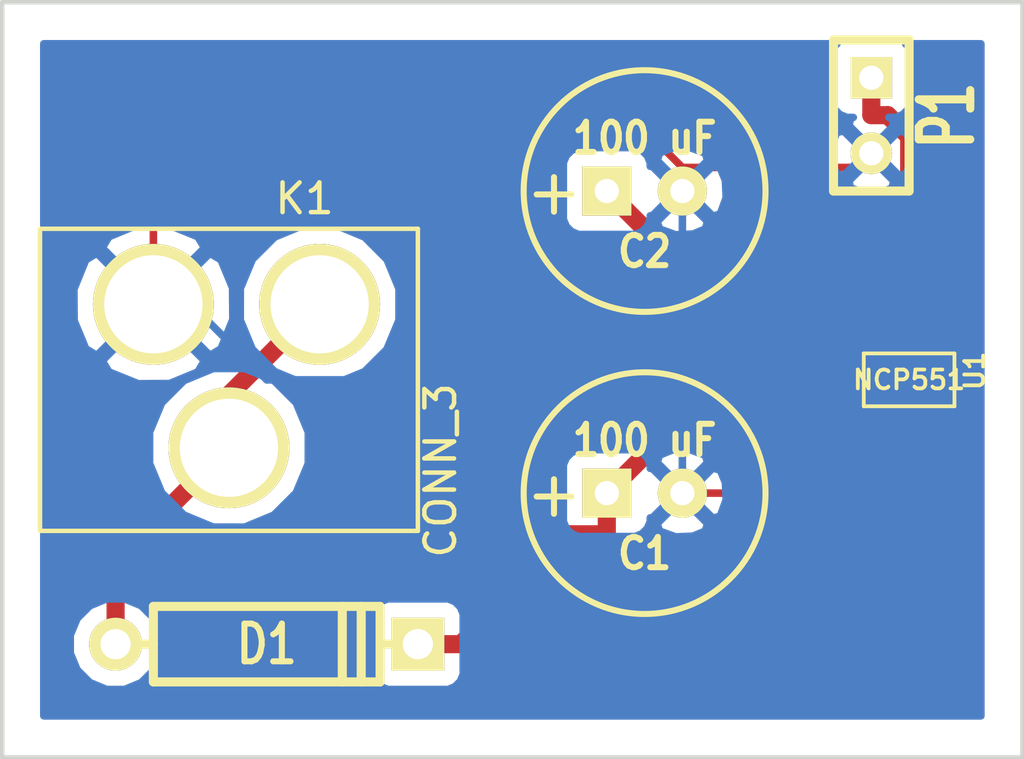
<source format=kicad_pcb>
(kicad_pcb (version 3) (host pcbnew "(2013-june-11)-stable")

  (general
    (links 11)
    (no_connects 0)
    (area 190.424999 121.844999 224.865001 147.395001)
    (thickness 1.6)
    (drawings 4)
    (tracks 39)
    (zones 0)
    (modules 6)
    (nets 5)
  )

  (page A3)
  (layers
    (15 F.Cu signal)
    (0 B.Cu signal)
    (16 B.Adhes user)
    (17 F.Adhes user)
    (18 B.Paste user)
    (19 F.Paste user)
    (20 B.SilkS user)
    (21 F.SilkS user)
    (22 B.Mask user)
    (23 F.Mask user)
    (24 Dwgs.User user)
    (25 Cmts.User user)
    (26 Eco1.User user)
    (27 Eco2.User user)
    (28 Edge.Cuts user)
  )

  (setup
    (last_trace_width 0.254)
    (trace_clearance 0.254)
    (zone_clearance 0.508)
    (zone_45_only no)
    (trace_min 0.254)
    (segment_width 0.2)
    (edge_width 0.15)
    (via_size 0.889)
    (via_drill 0.635)
    (via_min_size 0.889)
    (via_min_drill 0.508)
    (uvia_size 0.508)
    (uvia_drill 0.127)
    (uvias_allowed no)
    (uvia_min_size 0.508)
    (uvia_min_drill 0.127)
    (pcb_text_width 0.3)
    (pcb_text_size 1 1)
    (mod_edge_width 0.15)
    (mod_text_size 1 1)
    (mod_text_width 0.15)
    (pad_size 4.064 4.064)
    (pad_drill 3.302)
    (pad_to_mask_clearance 0)
    (aux_axis_origin 0 0)
    (visible_elements FFFFFFBF)
    (pcbplotparams
      (layerselection 15761409)
      (usegerberextensions false)
      (excludeedgelayer true)
      (linewidth 0.150000)
      (plotframeref false)
      (viasonmask false)
      (mode 1)
      (useauxorigin false)
      (hpglpennumber 1)
      (hpglpenspeed 20)
      (hpglpendiameter 15)
      (hpglpenoverlay 2)
      (psnegative false)
      (psa4output false)
      (plotreference true)
      (plotvalue true)
      (plotothertext true)
      (plotinvisibletext false)
      (padsonsilk false)
      (subtractmaskfromsilk false)
      (outputformat 2)
      (mirror true)
      (drillshape 2)
      (scaleselection 1)
      (outputdirectory ""))
  )

  (net 0 "")
  (net 1 /VDD)
  (net 2 GND)
  (net 3 N-000004)
  (net 4 N-000005)

  (net_class Default "This is the default net class."
    (clearance 0.254)
    (trace_width 0.254)
    (via_dia 0.889)
    (via_drill 0.635)
    (uvia_dia 0.508)
    (uvia_drill 0.127)
    (add_net "")
    (add_net GND)
  )

  (net_class power ""
    (clearance 0.254)
    (trace_width 0.6096)
    (via_dia 0.889)
    (via_drill 0.635)
    (uvia_dia 0.508)
    (uvia_drill 0.127)
    (add_net /VDD)
    (add_net N-000004)
    (add_net N-000005)
  )

  (module D4 (layer F.Cu) (tedit 200000) (tstamp 526C5D93)
    (at 199.39 143.51)
    (descr "Diode 4 pas")
    (tags "DIODE DEV")
    (path /526C4D9A)
    (fp_text reference D1 (at 0 0) (layer F.SilkS)
      (effects (font (size 1.27 1.016) (thickness 0.2032)))
    )
    (fp_text value DIODE (at 0 0) (layer F.SilkS) hide
      (effects (font (size 1.27 1.016) (thickness 0.2032)))
    )
    (fp_line (start -3.81 -1.27) (end 3.81 -1.27) (layer F.SilkS) (width 0.3048))
    (fp_line (start 3.81 -1.27) (end 3.81 1.27) (layer F.SilkS) (width 0.3048))
    (fp_line (start 3.81 1.27) (end -3.81 1.27) (layer F.SilkS) (width 0.3048))
    (fp_line (start -3.81 1.27) (end -3.81 -1.27) (layer F.SilkS) (width 0.3048))
    (fp_line (start 3.175 -1.27) (end 3.175 1.27) (layer F.SilkS) (width 0.3048))
    (fp_line (start 2.54 1.27) (end 2.54 -1.27) (layer F.SilkS) (width 0.3048))
    (fp_line (start -3.81 0) (end -5.08 0) (layer F.SilkS) (width 0.3048))
    (fp_line (start 3.81 0) (end 5.08 0) (layer F.SilkS) (width 0.3048))
    (pad 1 thru_hole circle (at -5.08 0) (size 1.778 1.778) (drill 1.016)
      (layers *.Cu *.Mask F.SilkS)
      (net 3 N-000004)
    )
    (pad 2 thru_hole rect (at 5.08 0) (size 1.778 1.778) (drill 1.016)
      (layers *.Cu *.Mask F.SilkS)
      (net 4 N-000005)
    )
    (model discret/diode.wrl
      (at (xyz 0 0 0))
      (scale (xyz 0.4 0.4 0.4))
      (rotate (xyz 0 0 0))
    )
  )

  (module SOT23-5 (layer F.Cu) (tedit 4ECF78EF) (tstamp 526C5D7B)
    (at 220.98 134.62)
    (path /526C4D28)
    (attr smd)
    (fp_text reference U1 (at 2.19964 -0.29972 90) (layer F.SilkS)
      (effects (font (size 0.635 0.635) (thickness 0.127)))
    )
    (fp_text value NCP551 (at 0 0) (layer F.SilkS)
      (effects (font (size 0.635 0.635) (thickness 0.127)))
    )
    (fp_line (start 1.524 -0.889) (end 1.524 0.889) (layer F.SilkS) (width 0.127))
    (fp_line (start 1.524 0.889) (end -1.524 0.889) (layer F.SilkS) (width 0.127))
    (fp_line (start -1.524 0.889) (end -1.524 -0.889) (layer F.SilkS) (width 0.127))
    (fp_line (start -1.524 -0.889) (end 1.524 -0.889) (layer F.SilkS) (width 0.127))
    (pad 1 smd rect (at -0.9525 1.27) (size 0.508 0.762)
      (layers F.Cu F.Paste F.Mask)
      (net 4 N-000005)
    )
    (pad 3 smd rect (at 0.9525 1.27) (size 0.508 0.762)
      (layers F.Cu F.Paste F.Mask)
      (net 4 N-000005)
    )
    (pad 5 smd rect (at -0.9525 -1.27) (size 0.508 0.762)
      (layers F.Cu F.Paste F.Mask)
      (net 1 /VDD)
    )
    (pad 2 smd rect (at 0 1.27) (size 0.508 0.762)
      (layers F.Cu F.Paste F.Mask)
      (net 2 GND)
    )
    (pad 4 smd rect (at 0.9525 -1.27) (size 0.508 0.762)
      (layers F.Cu F.Paste F.Mask)
    )
    (model smd/SOT23_5.wrl
      (at (xyz 0 0 0))
      (scale (xyz 0.1 0.1 0.1))
      (rotate (xyz 0 0 0))
    )
  )

  (module SIL-2 (layer F.Cu) (tedit 200000) (tstamp 526C5D85)
    (at 219.71 125.73 270)
    (descr "Connecteurs 2 pins")
    (tags "CONN DEV")
    (path /526C4D8B)
    (fp_text reference P1 (at 0 -2.54 270) (layer F.SilkS)
      (effects (font (size 1.72974 1.08712) (thickness 0.3048)))
    )
    (fp_text value CONN_2 (at 0 -2.54 270) (layer F.SilkS) hide
      (effects (font (size 1.524 1.016) (thickness 0.3048)))
    )
    (fp_line (start -2.54 1.27) (end -2.54 -1.27) (layer F.SilkS) (width 0.3048))
    (fp_line (start -2.54 -1.27) (end 2.54 -1.27) (layer F.SilkS) (width 0.3048))
    (fp_line (start 2.54 -1.27) (end 2.54 1.27) (layer F.SilkS) (width 0.3048))
    (fp_line (start 2.54 1.27) (end -2.54 1.27) (layer F.SilkS) (width 0.3048))
    (pad 1 thru_hole rect (at -1.27 0 270) (size 1.397 1.397) (drill 0.8128)
      (layers *.Cu *.Mask F.SilkS)
      (net 1 /VDD)
    )
    (pad 2 thru_hole circle (at 1.27 0 270) (size 1.397 1.397) (drill 0.8128)
      (layers *.Cu *.Mask F.SilkS)
      (net 2 GND)
    )
  )

  (module C1V8 (layer F.Cu) (tedit 3DD3A719) (tstamp 526C5D9B)
    (at 212.09 128.27)
    (path /526C4D4F)
    (fp_text reference C2 (at 0 2.032) (layer F.SilkS)
      (effects (font (size 1.016 0.889) (thickness 0.2032)))
    )
    (fp_text value "100 uF" (at 0 -1.77546) (layer F.SilkS)
      (effects (font (size 1.016 0.889) (thickness 0.2032)))
    )
    (fp_text user + (at -3.04546 0) (layer F.SilkS)
      (effects (font (size 1.524 1.524) (thickness 0.2032)))
    )
    (fp_circle (center 0 0) (end 4.064 0) (layer F.SilkS) (width 0.2032))
    (pad 1 thru_hole rect (at -1.27 0) (size 1.651 1.651) (drill 0.8128)
      (layers *.Cu *.Mask F.SilkS)
      (net 1 /VDD)
    )
    (pad 2 thru_hole circle (at 1.27 0) (size 1.651 1.651) (drill 0.8128)
      (layers *.Cu *.Mask F.SilkS)
      (net 2 GND)
    )
    (model discret/c_vert_c1v8.wrl
      (at (xyz 0 0 0))
      (scale (xyz 1 1 1))
      (rotate (xyz 0 0 0))
    )
  )

  (module C1V8 (layer F.Cu) (tedit 3DD3A719) (tstamp 526C5DA3)
    (at 212.09 138.43)
    (path /526C4D5E)
    (fp_text reference C1 (at 0 2.032) (layer F.SilkS)
      (effects (font (size 1.016 0.889) (thickness 0.2032)))
    )
    (fp_text value "100 uF" (at 0 -1.77546) (layer F.SilkS)
      (effects (font (size 1.016 0.889) (thickness 0.2032)))
    )
    (fp_text user + (at -3.04546 0) (layer F.SilkS)
      (effects (font (size 1.524 1.524) (thickness 0.2032)))
    )
    (fp_circle (center 0 0) (end 4.064 0) (layer F.SilkS) (width 0.2032))
    (pad 1 thru_hole rect (at -1.27 0) (size 1.651 1.651) (drill 0.8128)
      (layers *.Cu *.Mask F.SilkS)
      (net 4 N-000005)
    )
    (pad 2 thru_hole circle (at 1.27 0) (size 1.651 1.651) (drill 0.8128)
      (layers *.Cu *.Mask F.SilkS)
      (net 2 GND)
    )
    (model discret/c_vert_c1v8.wrl
      (at (xyz 0 0 0))
      (scale (xyz 1 1 1))
      (rotate (xyz 0 0 0))
    )
  )

  (module barrelJack (layer F.Cu) (tedit 526C5615) (tstamp 526C5DAE)
    (at 198.12 134.62 270)
    (path /526C4D7C)
    (fp_text reference K1 (at -6.096 -2.54 360) (layer F.SilkS)
      (effects (font (size 1 1) (thickness 0.15)))
    )
    (fp_text value CONN_3 (at 3.048 -7.112 270) (layer F.SilkS)
      (effects (font (size 1 1) (thickness 0.15)))
    )
    (fp_line (start -5.08 -6.35) (end -5.08 6.35) (layer F.SilkS) (width 0.15))
    (fp_line (start -5.08 6.35) (end 5.08 6.35) (layer F.SilkS) (width 0.15))
    (fp_line (start 5.08 6.35) (end 5.08 -6.35) (layer F.SilkS) (width 0.15))
    (fp_line (start 5.08 -6.35) (end -5.08 -6.35) (layer F.SilkS) (width 0.15))
    (pad 1 thru_hole circle (at -2.54 -3.048 270) (size 4.064 4.064) (drill 3.302)
      (layers *.Cu *.Mask F.SilkS)
      (net 3 N-000004)
    )
    (pad 2 thru_hole circle (at -2.54 2.54 270) (size 4.064 4.064) (drill 3.302)
      (layers *.Cu *.Mask F.SilkS)
      (net 2 GND)
    )
    (pad 3 thru_hole circle (at 2.286 0 270) (size 4.064 4.064) (drill 3.302)
      (layers *.Cu *.Mask F.SilkS)
      (net 3 N-000004)
    )
  )

  (gr_line (start 190.5 147.32) (end 190.5 121.92) (angle 90) (layer Edge.Cuts) (width 0.15))
  (gr_line (start 224.79 147.32) (end 190.5 147.32) (angle 90) (layer Edge.Cuts) (width 0.15))
  (gr_line (start 224.79 121.92) (end 224.79 147.32) (angle 90) (layer Edge.Cuts) (width 0.15))
  (gr_line (start 190.5 121.92) (end 224.79 121.92) (angle 90) (layer Edge.Cuts) (width 0.15))

  (segment (start 219.71 124.46) (end 219.71 125.7176) (width 0.6096) (layer F.Cu) (net 1))
  (segment (start 220.0275 133.35) (end 220.0275 132.4099) (width 0.6096) (layer F.Cu) (net 1))
  (segment (start 220.0275 130.8532) (end 220.0275 132.4099) (width 0.6096) (layer F.Cu) (net 1))
  (segment (start 213.4032 130.8532) (end 220.0275 130.8532) (width 0.6096) (layer F.Cu) (net 1))
  (segment (start 210.82 128.27) (end 213.4032 130.8532) (width 0.6096) (layer F.Cu) (net 1))
  (segment (start 220.2602 125.7176) (end 219.71 125.7176) (width 0.6096) (layer F.Cu) (net 1))
  (segment (start 220.9828 126.4402) (end 220.2602 125.7176) (width 0.6096) (layer F.Cu) (net 1))
  (segment (start 220.9828 129.8979) (end 220.9828 126.4402) (width 0.6096) (layer F.Cu) (net 1))
  (segment (start 220.0275 130.8532) (end 220.9828 129.8979) (width 0.6096) (layer F.Cu) (net 1))
  (segment (start 195.58 132.08) (end 196.85 132.08) (width 0.254) (layer B.Cu) (net 2))
  (segment (start 199.39 134.62) (end 213.36 134.62) (width 0.254) (layer B.Cu) (net 2) (tstamp 526C63BF))
  (segment (start 196.85 132.08) (end 199.39 134.62) (width 0.254) (layer B.Cu) (net 2) (tstamp 526C63B6))
  (via (at 195.58 132.08) (size 0.889) (layers F.Cu B.Cu) (net 2))
  (segment (start 213.36 138.43) (end 213.36 134.62) (width 0.254) (layer B.Cu) (net 2))
  (segment (start 213.36 134.62) (end 213.36 128.27) (width 0.254) (layer B.Cu) (net 2) (tstamp 526C63D0))
  (segment (start 195.58 132.08) (end 195.58 125.8887) (width 0.254) (layer F.Cu) (net 2))
  (segment (start 195.58 125.8887) (end 195.58 124.46) (width 0.254) (layer F.Cu) (net 2))
  (segment (start 213.36 127.4763) (end 213.36 128.27) (width 0.254) (layer F.Cu) (net 2))
  (segment (start 211.7724 125.8887) (end 213.36 127.4763) (width 0.254) (layer F.Cu) (net 2))
  (segment (start 195.58 125.8887) (end 211.7724 125.8887) (width 0.254) (layer F.Cu) (net 2))
  (segment (start 219.2337 127.4763) (end 219.71 127) (width 0.254) (layer F.Cu) (net 2))
  (segment (start 213.36 127.4763) (end 219.2337 127.4763) (width 0.254) (layer F.Cu) (net 2))
  (segment (start 219.2023 138.43) (end 220.98 136.6523) (width 0.254) (layer F.Cu) (net 2))
  (segment (start 213.36 138.43) (end 219.2023 138.43) (width 0.254) (layer F.Cu) (net 2))
  (segment (start 220.98 135.89) (end 220.98 136.6523) (width 0.254) (layer F.Cu) (net 2))
  (segment (start 198.12 136.906) (end 198.12 135.128) (width 0.6096) (layer F.Cu) (net 3))
  (segment (start 198.12 135.128) (end 201.168 132.08) (width 0.6096) (layer F.Cu) (net 3) (tstamp 526C637E))
  (segment (start 194.31 140.716) (end 194.31 143.51) (width 0.6096) (layer F.Cu) (net 3))
  (segment (start 198.12 136.906) (end 194.31 140.716) (width 0.6096) (layer F.Cu) (net 3))
  (segment (start 204.47 143.51) (end 205.9181 143.51) (width 0.6096) (layer F.Cu) (net 4))
  (segment (start 209.6135 139.8146) (end 205.9181 143.51) (width 0.6096) (layer F.Cu) (net 4))
  (segment (start 210.82 139.8146) (end 209.6135 139.8146) (width 0.6096) (layer F.Cu) (net 4))
  (segment (start 210.82 138.43) (end 210.82 139.8146) (width 0.6096) (layer F.Cu) (net 4))
  (segment (start 221.9325 135.89) (end 221.9325 134.9499) (width 0.6096) (layer F.Cu) (net 4))
  (segment (start 220.4388 134.9499) (end 221.9325 134.9499) (width 0.6096) (layer F.Cu) (net 4))
  (segment (start 220.0275 135.3612) (end 220.4388 134.9499) (width 0.6096) (layer F.Cu) (net 4))
  (segment (start 220.0275 135.89) (end 220.0275 135.3612) (width 0.6096) (layer F.Cu) (net 4))
  (segment (start 213.8888 135.3612) (end 220.0275 135.3612) (width 0.6096) (layer F.Cu) (net 4))
  (segment (start 210.82 138.43) (end 213.8888 135.3612) (width 0.6096) (layer F.Cu) (net 4))

  (zone (net 2) (net_name GND) (layer B.Cu) (tstamp 526C644C) (hatch edge 0.508)
    (connect_pads (clearance 0.508))
    (min_thickness 0.254)
    (fill (arc_segments 16) (thermal_gap 0.508) (thermal_bridge_width 0.508))
    (polygon
      (pts
        (xy 191.77 123.19) (xy 223.52 123.19) (xy 223.52 146.05) (xy 191.77 146.05)
      )
    )
    (filled_polygon
      (pts
        (xy 223.393 145.923) (xy 221.055924 145.923) (xy 221.055924 127.19252) (xy 221.027146 126.662802) (xy 220.879798 126.307072)
        (xy 220.644186 126.245419) (xy 219.889605 127) (xy 220.644186 127.754581) (xy 220.879798 127.692928) (xy 221.055924 127.19252)
        (xy 221.055924 145.923) (xy 220.464581 145.923) (xy 220.464581 127.934186) (xy 219.71 127.179605) (xy 219.530395 127.35921)
        (xy 219.530395 127) (xy 218.775814 126.245419) (xy 218.540202 126.307072) (xy 218.364076 126.80748) (xy 218.392854 127.337198)
        (xy 218.540202 127.692928) (xy 218.775814 127.754581) (xy 219.530395 127) (xy 219.530395 127.35921) (xy 218.955419 127.934186)
        (xy 219.017072 128.169798) (xy 219.51748 128.345924) (xy 220.047198 128.317146) (xy 220.402928 128.169798) (xy 220.464581 127.934186)
        (xy 220.464581 145.923) (xy 214.832339 145.923) (xy 214.832339 138.652869) (xy 214.832339 128.492869) (xy 214.805553 127.912464)
        (xy 214.634976 127.500657) (xy 214.386214 127.423391) (xy 214.206609 127.602996) (xy 214.206609 127.243786) (xy 214.129343 126.995024)
        (xy 213.582869 126.797661) (xy 213.002464 126.824447) (xy 212.590657 126.995024) (xy 212.513391 127.243786) (xy 213.36 128.090395)
        (xy 214.206609 127.243786) (xy 214.206609 127.602996) (xy 213.539605 128.27) (xy 214.386214 129.116609) (xy 214.634976 129.039343)
        (xy 214.832339 128.492869) (xy 214.832339 138.652869) (xy 214.805553 138.072464) (xy 214.634976 137.660657) (xy 214.386214 137.583391)
        (xy 214.206609 137.762996) (xy 214.206609 137.403786) (xy 214.206609 129.296214) (xy 213.36 128.449605) (xy 213.180395 128.62921)
        (xy 213.180395 128.27) (xy 212.333786 127.423391) (xy 212.28061 127.439907) (xy 212.28061 127.318745) (xy 212.184141 127.085271)
        (xy 212.005668 126.906487) (xy 211.772364 126.809611) (xy 211.519745 126.80939) (xy 209.868745 126.80939) (xy 209.635271 126.905859)
        (xy 209.456487 127.084332) (xy 209.359611 127.317636) (xy 209.35939 127.570255) (xy 209.35939 129.221255) (xy 209.455859 129.454729)
        (xy 209.634332 129.633513) (xy 209.867636 129.730389) (xy 210.120255 129.73061) (xy 211.771255 129.73061) (xy 212.004729 129.634141)
        (xy 212.183513 129.455668) (xy 212.280389 129.222364) (xy 212.280495 129.100057) (xy 212.333786 129.116609) (xy 213.180395 128.27)
        (xy 213.180395 128.62921) (xy 212.513391 129.296214) (xy 212.590657 129.544976) (xy 213.137131 129.742339) (xy 213.717536 129.715553)
        (xy 214.129343 129.544976) (xy 214.206609 129.296214) (xy 214.206609 137.403786) (xy 214.129343 137.155024) (xy 213.582869 136.957661)
        (xy 213.002464 136.984447) (xy 212.590657 137.155024) (xy 212.513391 137.403786) (xy 213.36 138.250395) (xy 214.206609 137.403786)
        (xy 214.206609 137.762996) (xy 213.539605 138.43) (xy 214.386214 139.276609) (xy 214.634976 139.199343) (xy 214.832339 138.652869)
        (xy 214.832339 145.923) (xy 214.206609 145.923) (xy 214.206609 139.456214) (xy 213.36 138.609605) (xy 213.180395 138.78921)
        (xy 213.180395 138.43) (xy 212.333786 137.583391) (xy 212.28061 137.599907) (xy 212.28061 137.478745) (xy 212.184141 137.245271)
        (xy 212.005668 137.066487) (xy 211.772364 136.969611) (xy 211.519745 136.96939) (xy 209.868745 136.96939) (xy 209.635271 137.065859)
        (xy 209.456487 137.244332) (xy 209.359611 137.477636) (xy 209.35939 137.730255) (xy 209.35939 139.381255) (xy 209.455859 139.614729)
        (xy 209.634332 139.793513) (xy 209.867636 139.890389) (xy 210.120255 139.89061) (xy 211.771255 139.89061) (xy 212.004729 139.794141)
        (xy 212.183513 139.615668) (xy 212.280389 139.382364) (xy 212.280495 139.260057) (xy 212.333786 139.276609) (xy 213.180395 138.43)
        (xy 213.180395 138.78921) (xy 212.513391 139.456214) (xy 212.590657 139.704976) (xy 213.137131 139.902339) (xy 213.717536 139.875553)
        (xy 214.129343 139.704976) (xy 214.206609 139.456214) (xy 214.206609 145.923) (xy 205.99411 145.923) (xy 205.99411 144.273245)
        (xy 205.99411 142.495245) (xy 205.897641 142.261771) (xy 205.719168 142.082987) (xy 205.485864 141.986111) (xy 205.233245 141.98589)
        (xy 203.835461 141.98589) (xy 203.835461 131.551828) (xy 203.43029 130.57124) (xy 202.680706 129.820346) (xy 201.700826 129.413465)
        (xy 200.639828 129.412539) (xy 199.65924 129.81771) (xy 198.908346 130.567294) (xy 198.501465 131.547174) (xy 198.500539 132.608172)
        (xy 198.90571 133.58876) (xy 199.655294 134.339654) (xy 200.635174 134.746535) (xy 201.696172 134.747461) (xy 202.67676 134.34229)
        (xy 203.427654 133.592706) (xy 203.834535 132.612826) (xy 203.835461 131.551828) (xy 203.835461 141.98589) (xy 203.455245 141.98589)
        (xy 203.221771 142.082359) (xy 203.042987 142.260832) (xy 202.946111 142.494136) (xy 202.94589 142.746755) (xy 202.94589 144.524755)
        (xy 203.042359 144.758229) (xy 203.220832 144.937013) (xy 203.454136 145.033889) (xy 203.706755 145.03411) (xy 205.484755 145.03411)
        (xy 205.718229 144.937641) (xy 205.897013 144.759168) (xy 205.993889 144.525864) (xy 205.99411 144.273245) (xy 205.99411 145.923)
        (xy 200.787461 145.923) (xy 200.787461 136.377828) (xy 200.38229 135.39724) (xy 199.632706 134.646346) (xy 198.652826 134.239465)
        (xy 198.250877 134.239114) (xy 198.250877 132.590612) (xy 198.242972 131.529644) (xy 197.852166 130.586155) (xy 197.47812 130.361485)
        (xy 197.298515 130.54109) (xy 197.298515 130.18188) (xy 197.073845 129.807834) (xy 196.090612 129.409123) (xy 195.029644 129.417028)
        (xy 194.086155 129.807834) (xy 193.861485 130.18188) (xy 195.58 131.900395) (xy 197.298515 130.18188) (xy 197.298515 130.54109)
        (xy 195.759605 132.08) (xy 197.47812 133.798515) (xy 197.852166 133.573845) (xy 198.250877 132.590612) (xy 198.250877 134.239114)
        (xy 197.591828 134.238539) (xy 197.298515 134.359733) (xy 197.298515 133.97812) (xy 195.58 132.259605) (xy 195.400395 132.43921)
        (xy 195.400395 132.08) (xy 193.68188 130.361485) (xy 193.307834 130.586155) (xy 192.909123 131.569388) (xy 192.917028 132.630356)
        (xy 193.307834 133.573845) (xy 193.68188 133.798515) (xy 195.400395 132.08) (xy 195.400395 132.43921) (xy 193.861485 133.97812)
        (xy 194.086155 134.352166) (xy 195.069388 134.750877) (xy 196.130356 134.742972) (xy 197.073845 134.352166) (xy 197.298515 133.97812)
        (xy 197.298515 134.359733) (xy 196.61124 134.64371) (xy 195.860346 135.393294) (xy 195.453465 136.373174) (xy 195.452539 137.434172)
        (xy 195.85771 138.41476) (xy 196.607294 139.165654) (xy 197.587174 139.572535) (xy 198.648172 139.573461) (xy 199.62876 139.16829)
        (xy 200.379654 138.418706) (xy 200.786535 137.438826) (xy 200.787461 136.377828) (xy 200.787461 145.923) (xy 195.834263 145.923)
        (xy 195.834263 143.208188) (xy 195.602737 142.647852) (xy 195.174403 142.21877) (xy 194.614472 141.986266) (xy 194.008188 141.985737)
        (xy 193.447852 142.217263) (xy 193.01877 142.645597) (xy 192.786266 143.205528) (xy 192.785737 143.811812) (xy 193.017263 144.372148)
        (xy 193.445597 144.80123) (xy 194.005528 145.033734) (xy 194.611812 145.034263) (xy 195.172148 144.802737) (xy 195.60123 144.374403)
        (xy 195.833734 143.814472) (xy 195.834263 143.208188) (xy 195.834263 145.923) (xy 191.897 145.923) (xy 191.897 123.317)
        (xy 218.557965 123.317) (xy 218.473487 123.401332) (xy 218.376611 123.634636) (xy 218.37639 123.887255) (xy 218.37639 125.284255)
        (xy 218.472859 125.517729) (xy 218.651332 125.696513) (xy 218.884636 125.793389) (xy 219.10548 125.793582) (xy 219.017072 125.830202)
        (xy 218.955419 126.065814) (xy 219.71 126.820395) (xy 220.464581 126.065814) (xy 220.402928 125.830202) (xy 220.298963 125.79361)
        (xy 220.534255 125.79361) (xy 220.767729 125.697141) (xy 220.946513 125.518668) (xy 221.043389 125.285364) (xy 221.04361 125.032745)
        (xy 221.04361 123.635745) (xy 220.947141 123.402271) (xy 220.862018 123.317) (xy 223.393 123.317) (xy 223.393 145.923)
      )
    )
  )
)

</source>
